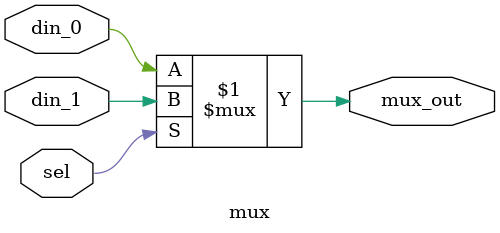
<source format=v>
module  mux (
input wire din_0      , // Mux first input
input wire din_1      , // Mux Second input
input wire sel        , // Select input
output wire mux_out      // Mux output
);
assign mux_out = (sel) ? din_1 : din_0;

endmodule //End Of Module mux


</source>
